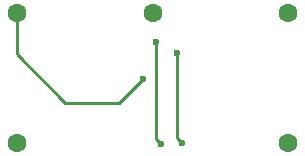
<source format=gbl>
G04*
G04 #@! TF.GenerationSoftware,Altium Limited,Altium Designer,20.1.12 (249)*
G04*
G04 Layer_Physical_Order=2*
G04 Layer_Color=16711680*
%FSLAX44Y44*%
%MOMM*%
G71*
G04*
G04 #@! TF.SameCoordinates,FEBEC7C4-031D-4068-AE87-DD61D03ADA7D*
G04*
G04*
G04 #@! TF.FilePolarity,Positive*
G04*
G01*
G75*
%ADD23C,0.2540*%
%ADD24C,1.6000*%
%ADD25C,0.6000*%
D23*
X151000Y24000D02*
Y96000D01*
Y24000D02*
X155000Y20000D01*
X133000Y23000D02*
Y105000D01*
Y23000D02*
X137000Y19000D01*
X15000Y95000D02*
Y130000D01*
Y95000D02*
X56000Y54000D01*
X102000D02*
X122000Y74000D01*
X56000Y54000D02*
X102000D01*
D24*
X245000Y130000D02*
D03*
Y20000D02*
D03*
X15000D02*
D03*
X130000Y130000D02*
D03*
X15000D02*
D03*
D25*
X155000Y20000D02*
D03*
X137000Y19000D02*
D03*
X133000Y105000D02*
D03*
X122000Y74000D02*
D03*
X151000Y96000D02*
D03*
M02*

</source>
